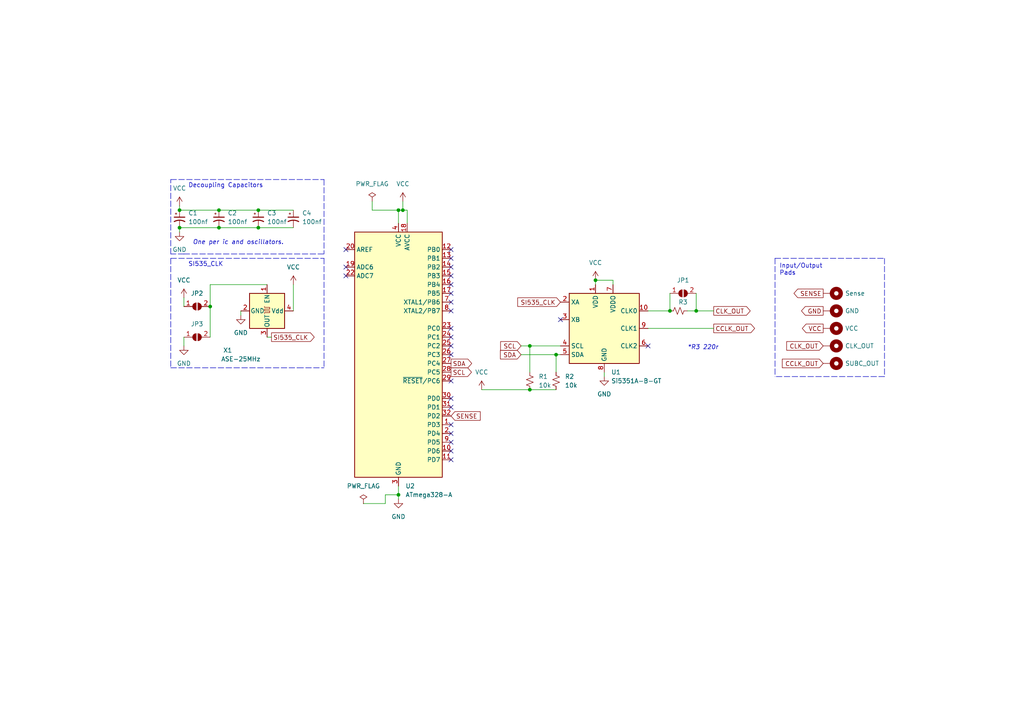
<source format=kicad_sch>
(kicad_sch (version 20211123) (generator eeschema)
  (paper "A4")
  (title_block (title "MFO PS1 XTAL") (date "2024-04-23") (rev "N/A"))
  (lib_symbols
    (symbol "Device:C_Polarized_Small_US" (pin_numbers hide) (pin_names (offset 0.254) hide)
      (property "Reference" "C" (at 0.254 1.778 0))
      (property "Value" "C_Polarized_Small_US" (at 0.254 -2.032 0))
      (symbol "C_Polarized_Small_US_0_1"
        (polyline (pts (xy -1.524 0.508) (xy 1.524 0.508)) (stroke (width 0.3048)))
        (polyline (pts (xy -1.27 1.524) (xy -0.762 1.524)))
        (polyline (pts (xy -1.016 1.27) (xy -1.016 1.778)))
        (arc (start 1.524 -0.762) (mid 0 -0.3734) (end -1.524 -0.762) (stroke (width 0.3048)))
      )
      (symbol "C_Polarized_Small_US_1_1"
        (pin passive line (at 0 2.54 270) (length 2.032) (name "~") (number "1"))
        (pin passive line (at 0 -2.54 90) (length 2.032) (name "~") (number "2"))
      )
    )
    (symbol "Device:R_Small_US" (pin_numbers hide) (pin_names (offset 0.254) hide)
      (property "Reference" "R" (at 0.762 0.508 0))
      (property "Value" "R_Small_US" (at 0.762 -1.016 0))
      (symbol "R_Small_US_1_1"
        (polyline (pts (xy 0 0) (xy 1.016 -0.381) (xy 0 -0.762) (xy -1.016 -1.143) (xy 0 -1.524)))
        (polyline (pts (xy 0 1.524) (xy 1.016 1.143) (xy 0 0.762) (xy -1.016 0.381) (xy 0 0)))
        (pin passive line (at 0 2.54 270) (length 1.016) (name "~") (number "1"))
        (pin passive line (at 0 -2.54 90) (length 1.016) (name "~") (number "2"))
      )
    )
    (symbol "Jumper:SolderJumper_2_Open" (pin_names (offset 0) hide)
      (property "Reference" "JP" (at 0 2.032 0))
      (property "Value" "SolderJumper_2_Open" (at 0 -2.54 0))
      (symbol "SolderJumper_2_Open_0_1"
        (arc (start -0.254 1.016) (mid -1.27 0) (end -0.254 -1.016))
        (arc (start -0.254 1.016) (mid -1.27 0) (end -0.254 -1.016) (fill (type outline)))
        (polyline (pts (xy -0.254 1.016) (xy -0.254 -1.016)))
        (polyline (pts (xy 0.254 1.016) (xy 0.254 -1.016)))
        (arc (start 0.254 -1.016) (mid 1.27 0) (end 0.254 1.016))
        (arc (start 0.254 -1.016) (mid 1.27 0) (end 0.254 1.016) (fill (type outline)))
      )
      (symbol "SolderJumper_2_Open_1_1"
        (pin passive line (at -3.81 0 0) (length 2.54) (name "A") (number "1"))
        (pin passive line (at 3.81 0 180) (length 2.54) (name "B") (number "2"))
      )
    )
    (symbol "MCU_Microchip_ATmega:ATmega328-A"
      (property "Reference" "U" (at -12.7 36.83 0))
      (property "Value" "ATmega328-A" (at 2.54 -36.83 0))
      (symbol "ATmega328-A_0_1"
        (rectangle (start -12.7 -35.56) (end 12.7 35.56) (stroke (width 0.254)) (fill (type background)))
      )
      (symbol "ATmega328-A_1_1"
        (pin bidirectional line (at 15.24 -20.32 180) (length 2.54) (name "PD3") (number "1"))
        (pin bidirectional line (at 15.24 -27.94 180) (length 2.54) (name "PD6") (number "10"))
        (pin bidirectional line (at 15.24 -30.48 180) (length 2.54) (name "PD7") (number "11"))
        (pin bidirectional line (at 15.24 30.48 180) (length 2.54) (name "PB0") (number "12"))
        (pin bidirectional line (at 15.24 27.94 180) (length 2.54) (name "PB1") (number "13"))
        (pin bidirectional line (at 15.24 25.4 180) (length 2.54) (name "PB2") (number "14"))
        (pin bidirectional line (at 15.24 22.86 180) (length 2.54) (name "PB3") (number "15"))
        (pin bidirectional line (at 15.24 20.32 180) (length 2.54) (name "PB4") (number "16"))
        (pin bidirectional line (at 15.24 17.78 180) (length 2.54) (name "PB5") (number "17"))
        (pin power_in line (at 2.54 38.1 270) (length 2.54) (name "AVCC") (number "18"))
        (pin input line (at -15.24 25.4 0) (length 2.54) (name "ADC6") (number "19"))
        (pin bidirectional line (at 15.24 -22.86 180) (length 2.54) (name "PD4") (number "2"))
        (pin passive line (at -15.24 30.48 0) (length 2.54) (name "AREF") (number "20"))
        (pin passive line (at 0 -38.1 90) (length 2.54) hide (name "GND") (number "21"))
        (pin input line (at -15.24 22.86 0) (length 2.54) (name "ADC7") (number "22"))
        (pin bidirectional line (at 15.24 7.62 180) (length 2.54) (name "PC0") (number "23"))
        (pin bidirectional line (at 15.24 5.08 180) (length 2.54) (name "PC1") (number "24"))
        (pin bidirectional line (at 15.24 2.54 180) (length 2.54) (name "PC2") (number "25"))
        (pin bidirectional line (at 15.24 0 180) (length 2.54) (name "PC3") (number "26"))
        (pin bidirectional line (at 15.24 -2.54 180) (length 2.54) (name "PC4") (number "27"))
        (pin bidirectional line (at 15.24 -5.08 180) (length 2.54) (name "PC5") (number "28"))
        (pin bidirectional line (at 15.24 -7.62 180) (length 2.54) (name "~{RESET}/PC6") (number "29"))
        (pin power_in line (at 0 -38.1 90) (length 2.54) (name "GND") (number "3"))
        (pin bidirectional line (at 15.24 -12.7 180) (length 2.54) (name "PD0") (number "30"))
        (pin bidirectional line (at 15.24 -15.24 180) (length 2.54) (name "PD1") (number "31"))
        (pin bidirectional line (at 15.24 -17.78 180) (length 2.54) (name "PD2") (number "32"))
        (pin power_in line (at 0 38.1 270) (length 2.54) (name "VCC") (number "4"))
        (pin passive line (at 0 -38.1 90) (length 2.54) hide (name "GND") (number "5"))
        (pin passive line (at 0 38.1 270) (length 2.54) hide (name "VCC") (number "6"))
        (pin bidirectional line (at 15.24 15.24 180) (length 2.54) (name "XTAL1/PB6") (number "7"))
        (pin bidirectional line (at 15.24 12.7 180) (length 2.54) (name "XTAL2/PB7") (number "8"))
        (pin bidirectional line (at 15.24 -25.4 180) (length 2.54) (name "PD5") (number "9"))
      )
    )
    (symbol "Mechanical:MountingHole_Pad" (pin_numbers hide) (pin_names (offset 1.016) hide)
      (property "Reference" "H" (at 0 6.35 0))
      (property "Value" "MountingHole_Pad" (at 0 4.445 0))
      (symbol "MountingHole_Pad_0_1"
        (circle (center 0 1.27) (radius 1.27) (stroke (width 1.27)))
      )
      (symbol "MountingHole_Pad_1_1"
        (pin input line (at 0 -2.54 90) (length 2.54) (name "1") (number "1"))
      )
    )
    (symbol "Oscillator:ASE-xxxMHz" (pin_names (offset 0.254))
      (property "Reference" "X" (at -5.08 6.35 0))
      (property "Value" "ASE-xxxMHz" (at 1.27 -6.35 0))
      (symbol "ASE-xxxMHz_0_1"
        (rectangle (start -5.08 5.08) (end 5.08 -5.08) (stroke (width 0.254)) (fill (type background)))
        (polyline (pts (xy -1.27 -0.762) (xy -1.016 -0.762) (xy -1.016 0.762) (xy -0.508 0.762) (xy -0.508 -0.762) (xy 0 -0.762) (xy 0 0.762) (xy 0.508 0.762) (xy 0.508 -0.762) (xy 0.762 -0.762)))
      )
      (symbol "ASE-xxxMHz_1_1"
        (pin input line (at -7.62 0 0) (length 2.54) (name "EN") (number "1"))
        (pin power_in line (at 0 -7.62 90) (length 2.54) (name "GND") (number "2"))
        (pin output line (at 7.62 0 180) (length 2.54) (name "OUT") (number "3"))
        (pin power_in line (at 0 7.62 270) (length 2.54) (name "Vdd") (number "4"))
      )
    )
    (symbol "Oscillator:Si5351A-B-GT"
      (property "Reference" "U" (at -8.89 11.43 0))
      (property "Value" "Si5351A-B-GT" (at -12.7 -12.7 0))
      (symbol "Si5351A-B-GT_0_1"
        (rectangle (start -10.16 10.16) (end 10.16 -10.16) (stroke (width 0.254)) (fill (type background)))
      )
      (symbol "Si5351A-B-GT_1_1"
        (pin power_in line (at -2.54 12.7 270) (length 2.54) (name "VDD") (number "1"))
        (pin output line (at 12.7 5.08 180) (length 2.54) (name "CLK0") (number "10"))
        (pin input line (at -12.7 7.62 0) (length 2.54) (name "XA") (number "2"))
        (pin input line (at -12.7 2.54 0) (length 2.54) (name "XB") (number "3"))
        (pin input line (at -12.7 -5.08 0) (length 2.54) (name "SCL") (number "4"))
        (pin bidirectional line (at -12.7 -7.62 0) (length 2.54) (name "SDA") (number "5"))
        (pin output line (at 12.7 -5.08 180) (length 2.54) (name "CLK2") (number "6"))
        (pin power_in line (at 2.54 12.7 270) (length 2.54) (name "VDDO") (number "7"))
        (pin power_in line (at 0 -12.7 90) (length 2.54) (name "GND") (number "8"))
        (pin output line (at 12.7 0 180) (length 2.54) (name "CLK1") (number "9"))
      )
    )
    (symbol "power:GND" (power) (pin_names (offset 0))
      (property "Value" "GND" (at 0 -3.81 0))
      (symbol "GND_0_1"
        (polyline (pts (xy 0 0) (xy 0 -1.27) (xy 1.27 -1.27) (xy 0 -2.54) (xy -1.27 -1.27) (xy 0 -1.27)))
      )
      (symbol "GND_1_1"
        (pin power_in line (at 0 0 270) (length 0) hide (name "GND") (number "1"))
      )
    )
    (symbol "power:PWR_FLAG" (power) (pin_numbers hide) (pin_names (offset 0) hide)
      (property "Value" "PWR_FLAG" (at 0 3.81 0))
      (symbol "PWR_FLAG_0_0"
        (pin power_out line (at 0 0 90) (length 0) (name "pwr") (number "1"))
      )
      (symbol "PWR_FLAG_0_1"
        (polyline (pts (xy 0 0) (xy 0 1.27) (xy -1.016 1.905) (xy 0 2.54) (xy 1.016 1.905) (xy 0 1.27)))
      )
    )
    (symbol "power:VCC" (power) (pin_names (offset 0))
      (property "Value" "VCC" (at 0 3.81 0))
      (symbol "VCC_0_1"
        (polyline (pts (xy -0.762 1.27) (xy 0 2.54)))
        (polyline (pts (xy 0 0) (xy 0 2.54)))
        (polyline (pts (xy 0 2.54) (xy 0.762 1.27)))
      )
      (symbol "VCC_1_1"
        (pin power_in line (at 0 0 90) (length 0) hide (name "VCC") (number "1"))
      )
    )
  )
  (junction (at 201.93 90.17))
  (junction (at 115.57 143.51))
  (junction (at 60.96 88.9))
  (junction (at 153.67 100.33))
  (junction (at 52.07 60.96))
  (junction (at 63.5 66.04))
  (junction (at 74.93 60.96))
  (junction (at 63.5 60.96))
  (junction (at 194.31 90.17))
  (junction (at 74.93 66.04))
  (junction (at 116.84 60.96))
  (junction (at 161.29 102.87))
  (junction (at 52.07 66.04))
  (junction (at 115.57 60.96))
  (junction (at 172.72 81.28))
  (junction (at 153.67 113.03))
  (no_connect (at 130.81 125.73))
  (no_connect (at 130.81 100.33))
  (no_connect (at 130.81 118.11))
  (no_connect (at 100.33 77.47))
  (no_connect (at 130.81 77.47))
  (no_connect (at 100.33 72.39))
  (no_connect (at 130.81 97.79))
  (no_connect (at 130.81 128.27))
  (no_connect (at 130.81 130.81))
  (no_connect (at 100.33 80.01))
  (no_connect (at 130.81 90.17))
  (no_connect (at 162.56 92.71))
  (no_connect (at 130.81 80.01))
  (no_connect (at 130.81 82.55))
  (no_connect (at 130.81 123.19))
  (no_connect (at 130.81 87.63))
  (no_connect (at 130.81 72.39))
  (no_connect (at 187.96 100.33))
  (no_connect (at 130.81 95.25))
  (no_connect (at 130.81 115.57))
  (no_connect (at 130.81 74.93))
  (no_connect (at 130.81 102.87))
  (no_connect (at 130.81 85.09))
  (no_connect (at 130.81 110.49))
  (no_connect (at 130.81 133.35))
  (wire (pts (xy 201.93 85.09) (xy 201.93 90.17)))
  (wire (pts (xy 115.57 60.96) (xy 107.95 60.96)))
  (wire (pts (xy 115.57 143.51) (xy 115.57 144.78)))
  (wire (pts (xy 139.7 113.03) (xy 153.67 113.03)))
  (wire (pts (xy 85.09 90.17) (xy 85.09 82.55)))
  (wire (pts (xy 53.34 86.36) (xy 53.34 88.9)))
  (wire (pts (xy 63.5 66.04) (xy 74.93 66.04)))
  (polyline (pts (xy 49.53 74.93) (xy 49.53 106.68)))
  (polyline (pts (xy 93.98 52.07) (xy 93.98 73.66)))
  (wire (pts (xy 107.95 58.42) (xy 107.95 60.96)))
  (wire (pts (xy 60.96 82.55) (xy 77.47 82.55)))
  (wire (pts (xy 172.72 81.28) (xy 177.8 81.28)))
  (wire (pts (xy 52.07 66.04) (xy 63.5 66.04)))
  (wire (pts (xy 153.67 113.03) (xy 161.29 113.03)))
  (wire (pts (xy 118.11 60.96) (xy 118.11 64.77)))
  (polyline (pts (xy 224.79 74.93) (xy 256.54 74.93)))
  (wire (pts (xy 52.07 59.69) (xy 52.07 60.96)))
  (wire (pts (xy 74.93 66.04) (xy 85.09 66.04)))
  (wire (pts (xy 187.96 90.17) (xy 194.31 90.17)))
  (wire (pts (xy 201.93 90.17) (xy 207.01 90.17)))
  (wire (pts (xy 69.85 90.17) (xy 69.85 91.44)))
  (wire (pts (xy 63.5 60.96) (xy 74.93 60.96)))
  (wire (pts (xy 194.31 85.09) (xy 194.31 90.17)))
  (polyline (pts (xy 93.98 74.93) (xy 93.98 106.68)))
  (polyline (pts (xy 256.54 74.93) (xy 256.54 109.22)))
  (wire (pts (xy 175.26 107.95) (xy 175.26 109.22)))
  (wire (pts (xy 162.56 102.87) (xy 161.29 102.87)))
  (wire (pts (xy 177.8 82.55) (xy 177.8 81.28)))
  (wire (pts (xy 60.96 88.9) (xy 60.96 97.79)))
  (wire (pts (xy 111.76 143.51) (xy 115.57 143.51)))
  (wire (pts (xy 151.13 102.87) (xy 161.29 102.87)))
  (wire (pts (xy 162.56 100.33) (xy 153.67 100.33)))
  (wire (pts (xy 115.57 60.96) (xy 116.84 60.96)))
  (polyline (pts (xy 49.53 52.07) (xy 93.98 52.07)))
  (polyline (pts (xy 49.53 106.68) (xy 86.36 106.68)))
  (wire (pts (xy 52.07 66.04) (xy 52.07 67.31)))
  (wire (pts (xy 111.76 146.05) (xy 111.76 143.51)))
  (polyline (pts (xy 256.54 109.22) (xy 224.79 109.22)))
  (wire (pts (xy 52.07 60.96) (xy 63.5 60.96)))
  (polyline (pts (xy 224.79 74.93) (xy 224.79 109.22)))
  (wire (pts (xy 53.34 97.79) (xy 53.34 100.33)))
  (wire (pts (xy 187.96 95.25) (xy 207.01 95.25)))
  (wire (pts (xy 172.72 81.28) (xy 172.72 82.55)))
  (polyline (pts (xy 53.34 73.66) (xy 93.98 73.66)))
  (wire (pts (xy 153.67 100.33) (xy 153.67 107.95)))
  (polyline (pts (xy 86.36 106.68) (xy 93.98 106.68)))
  (wire (pts (xy 161.29 102.87) (xy 161.29 107.95)))
  (wire (pts (xy 115.57 140.97) (xy 115.57 143.51)))
  (wire (pts (xy 74.93 60.96) (xy 85.09 60.96)))
  (polyline (pts (xy 49.53 73.66) (xy 49.53 52.07)))
  (wire (pts (xy 116.84 58.42) (xy 116.84 60.96)))
  (polyline (pts (xy 49.53 74.93) (xy 93.98 74.93)))
  (wire (pts (xy 151.13 100.33) (xy 153.67 100.33)))
  (wire (pts (xy 115.57 64.77) (xy 115.57 60.96)))
  (wire (pts (xy 199.39 90.17) (xy 201.93 90.17)))
  (wire (pts (xy 105.41 146.05) (xy 111.76 146.05)))
  (wire (pts (xy 77.47 97.79) (xy 78.74 97.79)))
  (wire (pts (xy 116.84 60.96) (xy 118.11 60.96)))
  (wire (pts (xy 60.96 82.55) (xy 60.96 88.9)))
  (polyline (pts (xy 53.34 73.66) (xy 49.53 73.66)))
  (text "SI535_CLK" (at 64.77 77.47 180) (effects (font (size 1.27 1.27)) (justify right bottom)))
  (text "One per ic and oscillators." (at 55.88 71.12 0) (effects (font (size 1.27 1.27) italic) (justify left bottom)))
  (text "Decoupling Capacitors" (at 54.61 54.61 0) (effects (font (size 1.27 1.27)) (justify left bottom)))
  (text "*R3 220r" (at 199.39 101.6 0) (effects (font (size 1.27 1.27) italic) (justify left bottom)))
  (text "Input/Output \nPads" (at 226.06 80.01 0) (effects (font (size 1.27 1.27)) (justify left bottom)))
  (global_label "CLK_OUT" (shape input) (at 238.76 100.33 180) (property "Intersheet References" "${INTERSHEET_REFS}" (effects hide)))
  (global_label "SI535_CLK" (shape output) (at 78.74 97.79 0) (property "Intersheet References" "${INTERSHEET_REFS}" (effects hide)))
  (global_label "GND" (shape output) (at 238.76 90.17 180) (property "Intersheet References" "${INTERSHEET_REFS}" (effects hide)))
  (global_label "SCL" (shape input) (at 151.13 100.33 180) (property "Intersheet References" "${INTERSHEET_REFS}" (effects hide)))
  (global_label "SI535_CLK" (shape input) (at 162.56 87.63 180) (property "Intersheet References" "${INTERSHEET_REFS}" (effects hide)))
  (global_label "SENSE" (shape input) (at 130.81 120.65 0) (property "Intersheet References" "${INTERSHEET_REFS}" (effects hide)))
  (global_label "VCC" (shape output) (at 238.76 95.25 180) (property "Intersheet References" "${INTERSHEET_REFS}" (effects hide)))
  (global_label "CLK_OUT" (shape output) (at 207.01 90.17 0) (property "Intersheet References" "${INTERSHEET_REFS}" (effects hide)))
  (global_label "CCLK_OUT" (shape input) (at 238.76 105.41 180) (property "Intersheet References" "${INTERSHEET_REFS}" (effects hide)))
  (global_label "SDA" (shape input) (at 151.13 102.87 180) (property "Intersheet References" "${INTERSHEET_REFS}" (effects hide)))
  (global_label "CCLK_OUT" (shape output) (at 207.01 95.25 0) (property "Intersheet References" "${INTERSHEET_REFS}" (effects hide)))
  (global_label "SDA" (shape output) (at 130.81 105.41 0) (property "Intersheet References" "${INTERSHEET_REFS}" (effects hide)))
  (global_label "SENSE" (shape output) (at 238.76 85.09 180) (property "Intersheet References" "${INTERSHEET_REFS}" (effects hide)))
  (global_label "SCL" (shape output) (at 130.81 107.95 0) (property "Intersheet References" "${INTERSHEET_REFS}" (effects hide)))
  (symbol (lib_id "power:PWR_FLAG") (at 107.95 58.42 0) (unit 1)
    (property "Reference" "#FLG0101" (effects hide))
    (property "Value" "PWR_FLAG" (at 107.95 53.34 0))
  )
  (symbol (lib_id "power:VCC") (at 116.84 58.42 0) (unit 1)
    (property "Reference" "#PWR0111" (effects hide))
    (property "Value" "VCC" (at 116.84 53.34 0))
  )
  (symbol (lib_id "Mechanical:MountingHole_Pad") (at 241.3 105.41 270) (unit 1)
    (property "Reference" "H11" (effects hide))
    (property "Value" "SUBC_OUT" (at 245.11 105.41 90) (effects (justify left)))
    (property "Footprint" "TestPoint:TestPoint_Pad_1.0x1.0mm" (effects hide))
  )
  (symbol (lib_id "power:GND") (at 52.07 67.31 0) (unit 1)
    (property "Reference" "#PWR0106" (effects hide))
    (property "Value" "GND" (at 52.07 72.39 0))
  )
  (symbol (lib_id "power:GND") (at 115.57 144.78 0) (unit 1)
    (property "Reference" "#PWR0104" (effects hide))
    (property "Value" "GND" (at 115.57 149.86 0))
  )
  (symbol (lib_id "Device:R_Small_US") (at 196.85 90.17 90) (unit 1)
    (property "Reference" "R3" (at 198.12 87.63 90))
    (property "Value" "220r" (effects hide))
    (property "Footprint" "Resistor_SMD:R_0201_0603Metric_Pad0.64x0.40mm_HandSolder" (effects hide))
  )
  (symbol (lib_id "power:GND") (at 69.85 91.44 0) (unit 1)
    (property "Reference" "#PWR0103" (effects hide))
    (property "Value" "GND" (at 69.85 96.52 0))
  )
  (symbol (lib_id "Jumper:SolderJumper_2_Open") (at 57.15 97.79 0) (unit 1)
    (property "Reference" "JP3" (at 57.15 93.98 0))
    (property "Value" "SolderJumper_2_Open" (effects hide))
    (property "Footprint" "Jumper:SolderJumper-2_P1.3mm_Open_RoundedPad1.0x1.5mm" (effects hide))
  )
  (symbol (lib_id "Jumper:SolderJumper_2_Open") (at 198.12 85.09 0) (unit 1)
    (property "Reference" "JP1" (at 198.12 81.28 0))
    (property "Value" "SolderJumper_2_Open" (effects hide))
    (property "Footprint" "Jumper:SolderJumper-2_P1.3mm_Open_RoundedPad1.0x1.5mm" (effects hide))
  )
  (symbol (lib_id "Mechanical:MountingHole_Pad") (at 241.3 85.09 270) (unit 1)
    (property "Reference" "H7" (effects hide))
    (property "Value" "Sense" (at 245.11 85.09 90) (effects (justify left)))
    (property "Footprint" "TestPoint:TestPoint_Pad_1.0x1.0mm" (effects hide))
  )
  (symbol (lib_id "Oscillator:Si5351A-B-GT") (at 175.26 95.25 0) (unit 1)
    (property "Reference" "U1" (at 177.2794 107.95 0) (effects (justify left)))
    (property "Value" "Si5351A-B-GT" (at 177.2794 110.49 0) (effects (justify left)))
    (property "Footprint" "Package_SO:MSOP-10_3x3mm_P0.5mm" (effects hide))
    (property "Datasheet" "https://www.silabs.com/documents/public/data-sheets/Si5351-B.pdf" (effects hide))
  )
  (symbol (lib_id "Device:C_Polarized_Small_US") (at 85.09 63.5 0) (unit 1)
    (property "Reference" "C4" (at 87.63 61.7981 0) (effects (justify left)))
    (property "Value" "100nf" (at 87.63 64.3381 0) (effects (justify left)))
    (property "Footprint" "Capacitor_SMD:C_0201_0603Metric_Pad0.64x0.40mm_HandSolder" (effects hide))
  )
  (symbol (lib_id "Device:C_Polarized_Small_US") (at 63.5 63.5 0) (unit 1)
    (property "Reference" "C2" (at 66.04 61.7981 0) (effects (justify left)))
    (property "Value" "100nf" (at 66.04 64.3381 0) (effects (justify left)))
    (property "Footprint" "Capacitor_SMD:C_0201_0603Metric_Pad0.64x0.40mm_HandSolder" (effects hide))
  )
  (symbol (lib_id "power:VCC") (at 85.09 82.55 0) (unit 1)
    (property "Reference" "#PWR0108" (effects hide))
    (property "Value" "VCC" (at 85.09 77.47 0))
  )
  (symbol (lib_id "power:VCC") (at 172.72 81.28 0) (unit 1)
    (property "Reference" "#PWR0109" (effects hide))
    (property "Value" "VCC" (at 172.72 76.2 0))
  )
  (symbol (lib_id "Device:C_Polarized_Small_US") (at 52.07 63.5 0) (unit 1)
    (property "Reference" "C1" (at 54.61 61.7981 0) (effects (justify left)))
    (property "Value" "100nf" (at 54.61 64.3381 0) (effects (justify left)))
    (property "Footprint" "Capacitor_SMD:C_0201_0603Metric_Pad0.64x0.40mm_HandSolder" (effects hide))
  )
  (symbol (lib_id "Mechanical:MountingHole_Pad") (at 241.3 90.17 270) (unit 1)
    (property "Reference" "H8" (effects hide))
    (property "Value" "GND" (at 245.11 90.17 90) (effects (justify left)))
    (property "Footprint" "TestPoint:TestPoint_Pad_1.0x1.0mm" (effects hide))
  )
  (symbol (lib_id "power:PWR_FLAG") (at 105.41 146.05 0) (unit 1)
    (property "Reference" "#FLG0102" (effects hide))
    (property "Value" "PWR_FLAG" (at 105.41 140.97 0))
  )
  (symbol (lib_id "power:VCC") (at 53.34 86.36 0) (unit 1)
    (property "Reference" "#PWR0107" (effects hide))
    (property "Value" "VCC" (at 53.34 81.28 0))
  )
  (symbol (lib_id "Device:C_Polarized_Small_US") (at 74.93 63.5 0) (unit 1)
    (property "Reference" "C3" (at 77.47 61.7981 0) (effects (justify left)))
    (property "Value" "100nf" (at 77.47 64.3381 0) (effects (justify left)))
    (property "Footprint" "Capacitor_SMD:C_0201_0603Metric_Pad0.64x0.40mm_HandSolder" (effects hide))
  )
  (symbol (lib_id "power:VCC") (at 52.07 59.69 0) (unit 1)
    (property "Reference" "#PWR0101" (effects hide))
    (property "Value" "VCC" (at 52.07 54.61 0))
  )
  (symbol (lib_id "Mechanical:MountingHole_Pad") (at 241.3 100.33 270) (unit 1)
    (property "Reference" "H10" (effects hide))
    (property "Value" "CLK_OUT" (at 245.11 100.33 90) (effects (justify left)))
    (property "Footprint" "TestPoint:TestPoint_Pad_1.0x1.0mm" (effects hide))
  )
  (symbol (lib_id "power:VCC") (at 139.7 113.03 0) (unit 1)
    (property "Reference" "#PWR0110" (effects hide))
    (property "Value" "VCC" (at 139.7 107.95 0))
  )
  (symbol (lib_id "MCU_Microchip_ATmega:ATmega328-A") (at 115.57 102.87 0) (unit 1)
    (property "Reference" "U2" (at 117.5894 140.97 0) (effects (justify left)))
    (property "Value" "ATmega328-A" (at 117.5894 143.51 0) (effects (justify left)))
    (property "Footprint" "Package_QFP:TQFP-32_7x7mm_P0.8mm" (effects hide))
    (property "Datasheet" "http://ww1.microchip.com/downloads/en/DeviceDoc/ATmega328_P%20AVR%20MCU%20with%20picoPower%20Technology%20Data%20Sheet%2040001984A.pdf" (effects hide))
  )
  (symbol (lib_id "Oscillator:ASE-xxxMHz") (at 77.47 90.17 270) (unit 1)
    (property "Reference" "X1" (at 66.04 101.6 90))
    (property "Value" "ASE-25MHz" (at 69.85 104.14 90))
    (property "Footprint" "Oscillator:Oscillator_SMD_Abracon_ASE-4Pin_3.2x2.5mm" (effects hide))
    (property "Datasheet" "http://www.abracon.com/Oscillators/ASV.pdf" (effects hide))
  )
  (symbol (lib_id "Jumper:SolderJumper_2_Open") (at 57.15 88.9 0) (unit 1)
    (property "Reference" "JP2" (at 57.15 85.09 0))
    (property "Value" "SolderJumper_2_Open" (effects hide))
    (property "Footprint" "Jumper:SolderJumper-2_P1.3mm_Open_RoundedPad1.0x1.5mm" (effects hide))
  )
  (symbol (lib_id "power:GND") (at 53.34 100.33 0) (unit 1)
    (property "Reference" "#PWR0102" (effects hide))
    (property "Value" "GND" (at 53.34 105.41 0))
  )
  (symbol (lib_id "Device:R_Small_US") (at 153.67 110.49 180) (unit 1)
    (property "Reference" "R1" (at 156.21 109.2199 0) (effects (justify right)))
    (property "Value" "10k" (at 156.21 111.7599 0) (effects (justify right)))
    (property "Footprint" "Resistor_SMD:R_0201_0603Metric_Pad0.64x0.40mm_HandSolder" (effects hide))
  )
  (symbol (lib_id "Device:R_Small_US") (at 161.29 110.49 180) (unit 1)
    (property "Reference" "R2" (at 163.83 109.2199 0) (effects (justify right)))
    (property "Value" "10k" (at 163.83 111.7599 0) (effects (justify right)))
    (property "Footprint" "Resistor_SMD:R_0201_0603Metric_Pad0.64x0.40mm_HandSolder" (effects hide))
  )
  (symbol (lib_id "power:GND") (at 175.26 109.22 0) (unit 1)
    (property "Reference" "#PWR0105" (effects hide))
    (property "Value" "GND" (at 175.26 114.3 0))
  )
  (symbol (lib_id "Mechanical:MountingHole_Pad") (at 241.3 95.25 270) (unit 1)
    (property "Reference" "H9" (effects hide))
    (property "Value" "VCC" (at 245.11 95.25 90) (effects (justify left)))
    (property "Footprint" "TestPoint:TestPoint_Pad_1.0x1.0mm" (effects hide))
  )
)
</source>
